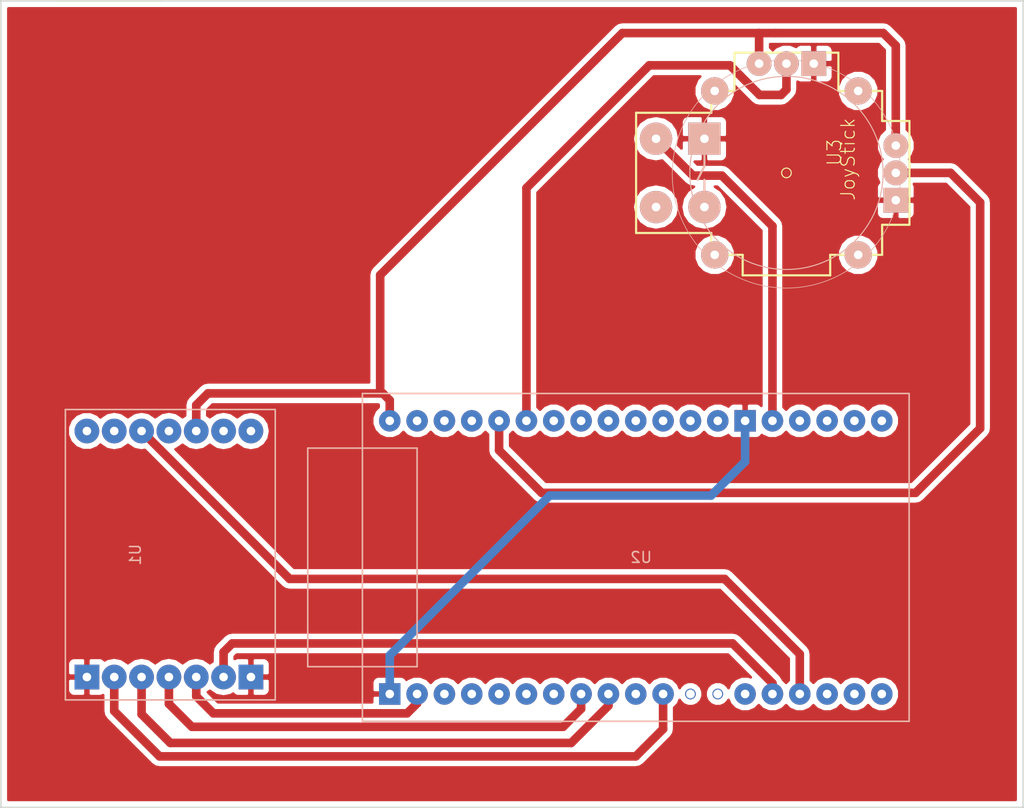
<source format=kicad_pcb>
(kicad_pcb (version 4) (host pcbnew 4.0.7)

  (general
    (links 18)
    (no_connects 0)
    (area 114.924999 34.924999 210.075001 110.075001)
    (thickness 1.6)
    (drawings 6)
    (tracks 79)
    (zones 0)
    (modules 3)
    (nets 45)
  )

  (page A4)
  (layers
    (0 F.Cu signal)
    (31 B.Cu signal)
    (32 B.Adhes user)
    (33 F.Adhes user)
    (34 B.Paste user)
    (35 F.Paste user)
    (36 B.SilkS user)
    (37 F.SilkS user)
    (38 B.Mask user)
    (39 F.Mask user)
    (40 Dwgs.User user)
    (41 Cmts.User user)
    (42 Eco1.User user)
    (43 Eco2.User user)
    (44 Edge.Cuts user)
    (45 Margin user)
    (46 B.CrtYd user)
    (47 F.CrtYd user)
    (48 B.Fab user)
    (49 F.Fab user)
  )

  (setup
    (last_trace_width 0.8)
    (user_trace_width 0.8)
    (trace_clearance 0.2)
    (zone_clearance 0.508)
    (zone_45_only no)
    (trace_min 0.8)
    (segment_width 0.2)
    (edge_width 0.15)
    (via_size 0.6)
    (via_drill 0.4)
    (via_min_size 0.4)
    (via_min_drill 0.3)
    (uvia_size 0.3)
    (uvia_drill 0.1)
    (uvias_allowed no)
    (uvia_min_size 0.2)
    (uvia_min_drill 0.1)
    (pcb_text_width 0.3)
    (pcb_text_size 1.5 1.5)
    (mod_edge_width 0.15)
    (mod_text_size 1 1)
    (mod_text_width 0.15)
    (pad_size 2.3 2.3)
    (pad_drill 0.8)
    (pad_to_mask_clearance 0.2)
    (aux_axis_origin 0 0)
    (visible_elements 7FFFFFFF)
    (pcbplotparams
      (layerselection 0x00000_00000001)
      (usegerberextensions false)
      (excludeedgelayer true)
      (linewidth 0.100000)
      (plotframeref false)
      (viasonmask false)
      (mode 1)
      (useauxorigin false)
      (hpglpennumber 1)
      (hpglpenspeed 20)
      (hpglpendiameter 15)
      (hpglpenoverlay 2)
      (psnegative false)
      (psa4output false)
      (plotreference true)
      (plotvalue true)
      (plotinvisibletext false)
      (padsonsilk false)
      (subtractmaskfromsilk false)
      (outputformat 1)
      (mirror false)
      (drillshape 0)
      (scaleselection 1)
      (outputdirectory ""))
  )

  (net 0 "")
  (net 1 "Net-(U1-Pad1)")
  (net 2 "Net-(U1-Pad2)")
  (net 3 RST)
  (net 4 CS)
  (net 5 "Net-(U1-Pad4)")
  (net 6 MOSI)
  (net 7 3V3)
  (net 8 MISO)
  (net 9 "Net-(U1-Pad6)")
  (net 10 CLK)
  (net 11 "Net-(U1-Pad7)")
  (net 12 "Net-(U2-Pad2)")
  (net 13 "Net-(U2-Pad3)")
  (net 14 "Net-(U2-Pad4)")
  (net 15 "Net-(U2-Pad7)")
  (net 16 "Net-(U2-Pad8)")
  (net 17 "Net-(U2-Pad9)")
  (net 18 "Net-(U2-Pad10)")
  (net 19 "Net-(U2-Pad11)")
  (net 20 "Net-(U2-Pad12)")
  (net 21 "Net-(U2-Pad13)")
  (net 22 "Net-(U2-Pad16)")
  (net 23 "Net-(U2-Pad17)")
  (net 24 "Net-(U2-Pad18)")
  (net 25 "Net-(U2-Pad22)")
  (net 26 "Net-(U2-Pad23)")
  (net 27 "Net-(U2-Pad24)")
  (net 28 "Net-(U2-Pad25)")
  (net 29 "Net-(U2-Pad26)")
  (net 30 "Net-(U2-Pad29)")
  (net 31 "Net-(U2-Pad31)")
  (net 32 "Net-(U2-Pad32)")
  (net 33 "Net-(U2-Pad33)")
  (net 34 "Net-(U2-Pad36)")
  (net 35 "Net-(U2-Pad37)")
  (net 36 "Net-(U2-Pad38)")
  (net 37 SEL)
  (net 38 "Net-(U3-PadB1B)")
  (net 39 "Net-(U3-PadB2B)")
  (net 40 HORZ)
  (net 41 VERT)
  (net 42 IRQ)
  (net 43 "Net-(U2-Pad19)")
  (net 44 GND)

  (net_class Default "This is the default net class."
    (clearance 0.2)
    (trace_width 0.25)
    (via_dia 0.6)
    (via_drill 0.4)
    (uvia_dia 0.3)
    (uvia_drill 0.1)
    (add_net 3V3)
    (add_net CLK)
    (add_net CS)
    (add_net GND)
    (add_net HORZ)
    (add_net IRQ)
    (add_net MISO)
    (add_net MOSI)
    (add_net "Net-(U1-Pad1)")
    (add_net "Net-(U1-Pad2)")
    (add_net "Net-(U1-Pad4)")
    (add_net "Net-(U1-Pad6)")
    (add_net "Net-(U1-Pad7)")
    (add_net "Net-(U2-Pad10)")
    (add_net "Net-(U2-Pad11)")
    (add_net "Net-(U2-Pad12)")
    (add_net "Net-(U2-Pad13)")
    (add_net "Net-(U2-Pad16)")
    (add_net "Net-(U2-Pad17)")
    (add_net "Net-(U2-Pad18)")
    (add_net "Net-(U2-Pad19)")
    (add_net "Net-(U2-Pad2)")
    (add_net "Net-(U2-Pad22)")
    (add_net "Net-(U2-Pad23)")
    (add_net "Net-(U2-Pad24)")
    (add_net "Net-(U2-Pad25)")
    (add_net "Net-(U2-Pad26)")
    (add_net "Net-(U2-Pad29)")
    (add_net "Net-(U2-Pad3)")
    (add_net "Net-(U2-Pad31)")
    (add_net "Net-(U2-Pad32)")
    (add_net "Net-(U2-Pad33)")
    (add_net "Net-(U2-Pad36)")
    (add_net "Net-(U2-Pad37)")
    (add_net "Net-(U2-Pad38)")
    (add_net "Net-(U2-Pad4)")
    (add_net "Net-(U2-Pad7)")
    (add_net "Net-(U2-Pad8)")
    (add_net "Net-(U2-Pad9)")
    (add_net "Net-(U3-PadB1B)")
    (add_net "Net-(U3-PadB2B)")
    (add_net RST)
    (add_net SEL)
    (add_net VERT)
  )

  (module car2:JOYSTICK (layer B.Cu) (tedit 5A97CA99) (tstamp 5A94BD16)
    (at 188 51 270)
    (path /5A949F4B)
    (attr virtual)
    (fp_text reference U3 (at -1.905 -4.445 270) (layer F.SilkS)
      (effects (font (size 1.27 1.27) (thickness 0.1016)))
    )
    (fp_text value JoyStick (at -1.27 -5.715 270) (layer F.SilkS)
      (effects (font (size 1.27 1.27) (thickness 0.1016)))
    )
    (fp_line (start 5.588 13.97) (end -5.588 13.97) (layer F.SilkS) (width 0.2032))
    (fp_line (start 4.826 -11.43) (end -4.826 -11.43) (layer F.SilkS) (width 0.2032))
    (fp_line (start 4.826 -11.43) (end 4.826 -8.89) (layer F.SilkS) (width 0.2032))
    (fp_line (start -4.826 -11.43) (end -4.826 -8.89) (layer F.SilkS) (width 0.2032))
    (fp_line (start 4.826 -8.89) (end 7.62 -8.89) (layer F.SilkS) (width 0.2032))
    (fp_line (start -4.826 -8.89) (end -7.62 -8.89) (layer F.SilkS) (width 0.2032))
    (fp_line (start 9.525 4.064) (end 9.525 -4.064) (layer F.SilkS) (width 0.2032))
    (fp_line (start 7.62 4.064) (end 7.62 6.985) (layer F.SilkS) (width 0.2032))
    (fp_line (start 7.62 -4.064) (end 7.62 -8.89) (layer F.SilkS) (width 0.2032))
    (fp_line (start 7.62 4.064) (end 9.525 4.064) (layer F.SilkS) (width 0.2032))
    (fp_line (start 7.62 -4.064) (end 9.525 -4.064) (layer F.SilkS) (width 0.2032))
    (fp_line (start 7.62 6.985) (end 5.588 6.985) (layer F.SilkS) (width 0.2032))
    (fp_line (start -5.588 6.985) (end -7.62 6.985) (layer F.SilkS) (width 0.2032))
    (fp_line (start 5.588 13.97) (end 5.588 6.985) (layer F.SilkS) (width 0.2032))
    (fp_line (start -5.588 13.97) (end -5.588 6.985) (layer F.SilkS) (width 0.2032))
    (fp_line (start -7.62 4.826) (end -11.176 4.826) (layer F.SilkS) (width 0.2032))
    (fp_line (start -7.62 -4.826) (end -11.176 -4.826) (layer F.SilkS) (width 0.2032))
    (fp_line (start -11.176 4.826) (end -11.176 -4.826) (layer F.SilkS) (width 0.2032))
    (fp_line (start -7.62 4.826) (end -7.62 6.985) (layer F.SilkS) (width 0.2032))
    (fp_line (start -7.62 -4.826) (end -7.62 -8.89) (layer F.SilkS) (width 0.2032))
    (fp_line (start -1.905 7.62) (end -0.635 7.62) (layer B.SilkS) (width 0.2032))
    (fp_line (start -0.635 7.62) (end 0.635 8.255) (layer B.SilkS) (width 0.2032))
    (fp_line (start 0.635 7.62) (end 1.905 7.62) (layer B.SilkS) (width 0.2032))
    (fp_circle (center 0 0) (end -0.3175 -0.3175) (layer F.SilkS) (width 0.1016))
    (fp_circle (center 0 0) (end -6.35 -6.35) (layer B.SilkS) (width 0.1016))
    (fp_circle (center 0.09906 0) (end 7.60222 -7.50316) (layer B.SilkS) (width 0.0635))
    (pad B1A thru_hole oval (at -3.175 12.11834 180) (size 3 3) (drill 0.8) (layers *.Cu B.Paste B.SilkS B.Mask)
      (net 37 SEL))
    (pad B1B thru_hole oval (at 3.175 12.11834 180) (size 3 3) (drill 0.8) (layers *.Cu B.Paste B.SilkS B.Mask)
      (net 38 "Net-(U3-PadB1B)"))
    (pad B2A thru_hole rect (at -3.175 7.62 180) (size 3 3) (drill 0.8) (layers *.Cu B.Paste B.SilkS B.Mask)
      (net 44 GND))
    (pad B2B thru_hole oval (at 3.175 7.62 180) (size 3 3) (drill 0.8) (layers *.Cu B.Paste B.SilkS B.Mask)
      (net 39 "Net-(U3-PadB2B)"))
    (pad H1 thru_hole circle (at -2.54 -10.16 180) (size 2.3 2.3) (drill 0.8) (layers *.Cu B.Paste B.SilkS B.Mask)
      (net 7 3V3))
    (pad H2 thru_hole circle (at 0 -10.16 180) (size 2.3 2.3) (drill 0.8) (layers *.Cu B.Paste B.SilkS B.Mask)
      (net 40 HORZ))
    (pad H3 thru_hole rect (at 2.54 -10.16 180) (size 2.3 2.3) (drill 0.8) (layers *.Cu B.Paste B.SilkS B.Mask)
      (net 44 GND))
    (pad MOUN thru_hole circle (at -7.62 6.6675 180) (size 2.54 2.54) (drill 0.8) (layers *.Cu B.Paste B.SilkS B.Mask))
    (pad MOUN thru_hole circle (at -7.62 -6.6675 180) (size 2.54 2.54) (drill 0.8) (layers *.Cu B.Paste B.SilkS B.Mask))
    (pad MOUN thru_hole circle (at 7.62 -6.6675 180) (size 2.54 2.54) (drill 0.8) (layers *.Cu B.Paste B.SilkS B.Mask))
    (pad MOUN thru_hole circle (at 7.62 6.6675 180) (size 2.54 2.54) (drill 0.8) (layers *.Cu B.Paste B.SilkS B.Mask))
    (pad V1 thru_hole circle (at -10.16 2.54 180) (size 2.3 2.3) (drill 0.8) (layers *.Cu B.Paste B.SilkS B.Mask)
      (net 7 3V3))
    (pad V2 thru_hole circle (at -10.16 0 180) (size 2.3 2.3) (drill 0.8) (layers *.Cu B.Paste B.SilkS B.Mask)
      (net 41 VERT))
    (pad V3 thru_hole rect (at -10.16 -2.54 180) (size 2.3 2.3) (drill 0.8) (layers *.Cu B.Paste B.SilkS B.Mask)
      (net 44 GND))
  )

  (module car2:ESP-VROOM-32 (layer B.Cu) (tedit 5A97CAAC) (tstamp 5A94BD04)
    (at 174 86.75 270)
    (path /5A949F14)
    (fp_text reference U2 (at 0 -0.5 360) (layer B.SilkS)
      (effects (font (size 1 1) (thickness 0.15)) (justify mirror))
    )
    (fp_text value ESP-WROOM-32 (at 0 0.5 270) (layer B.Fab)
      (effects (font (size 1 1) (thickness 0.15)) (justify mirror))
    )
    (fp_line (start -10.16 30.48) (end 10.16 30.48) (layer B.SilkS) (width 0.15))
    (fp_line (start 10.16 30.48) (end 10.16 20.32) (layer B.SilkS) (width 0.15))
    (fp_line (start 10.16 20.32) (end -10.16 20.32) (layer B.SilkS) (width 0.15))
    (fp_line (start -10.16 20.32) (end -10.16 30.48) (layer B.SilkS) (width 0.15))
    (fp_line (start -15.24 25.4) (end 15.24 25.4) (layer B.SilkS) (width 0.15))
    (fp_line (start 15.24 25.4) (end 15.24 -25.4) (layer B.SilkS) (width 0.15))
    (fp_line (start 15.24 -25.4) (end -15.24 -25.4) (layer B.SilkS) (width 0.15))
    (fp_line (start -15.24 -25.4) (end -15.24 25.4) (layer B.SilkS) (width 0.15))
    (pad 1 thru_hole circle (at -12.7 22.86 270) (size 2 2) (drill 0.8) (layers *.Cu *.Mask)
      (net 7 3V3) (clearance 0.3))
    (pad 2 thru_hole circle (at -12.7 20.32 270) (size 2 2) (drill 0.8) (layers *.Cu *.Mask)
      (net 12 "Net-(U2-Pad2)") (clearance 0.3))
    (pad 3 thru_hole circle (at -12.7 17.78 270) (size 2 2) (drill 0.8) (layers *.Cu *.Mask)
      (net 13 "Net-(U2-Pad3)") (clearance 0.3))
    (pad 4 thru_hole circle (at -12.7 15.24 270) (size 2 2) (drill 0.8) (layers *.Cu *.Mask)
      (net 14 "Net-(U2-Pad4)") (clearance 0.3))
    (pad 5 thru_hole circle (at -12.7 12.7 270) (size 2 2) (drill 0.8) (layers *.Cu *.Mask)
      (net 40 HORZ) (clearance 0.3))
    (pad 6 thru_hole circle (at -12.7 10.16 270) (size 2 2) (drill 0.8) (layers *.Cu *.Mask)
      (net 41 VERT) (clearance 0.3))
    (pad 7 thru_hole circle (at -12.7 7.62 270) (size 2 2) (drill 0.8) (layers *.Cu *.Mask)
      (net 15 "Net-(U2-Pad7)") (clearance 0.3))
    (pad 8 thru_hole circle (at -12.7 5.08 270) (size 2 2) (drill 0.8) (layers *.Cu *.Mask)
      (net 16 "Net-(U2-Pad8)") (clearance 0.3))
    (pad 9 thru_hole circle (at -12.7 2.54 270) (size 2 2) (drill 0.8) (layers *.Cu *.Mask)
      (net 17 "Net-(U2-Pad9)") (clearance 0.3))
    (pad 10 thru_hole circle (at -12.7 0 270) (size 2 2) (drill 0.8) (layers *.Cu *.Mask)
      (net 18 "Net-(U2-Pad10)") (clearance 0.3))
    (pad 11 thru_hole circle (at -12.7 -2.54 270) (size 2 2) (drill 0.8) (layers *.Cu *.Mask)
      (net 19 "Net-(U2-Pad11)") (clearance 0.3))
    (pad 12 thru_hole circle (at -12.7 -5.08 270) (size 2 2) (drill 0.8) (layers *.Cu *.Mask)
      (net 20 "Net-(U2-Pad12)") (clearance 0.3))
    (pad 13 thru_hole circle (at -12.7 -7.62 270) (size 2 2) (drill 0.8) (layers *.Cu *.Mask)
      (net 21 "Net-(U2-Pad13)") (clearance 0.3))
    (pad 14 thru_hole rect (at -12.7 -10.16 270) (size 2 2) (drill 0.8) (layers *.Cu *.Mask)
      (net 44 GND) (clearance 0.3))
    (pad 15 thru_hole circle (at -12.7 -12.7 270) (size 2 2) (drill 0.8) (layers *.Cu *.Mask)
      (net 37 SEL) (clearance 0.3))
    (pad 16 thru_hole circle (at -12.7 -15.24 270) (size 2 2) (drill 0.8) (layers *.Cu *.Mask)
      (net 22 "Net-(U2-Pad16)") (clearance 0.3))
    (pad 17 thru_hole circle (at -12.7 -17.78 270) (size 2 2) (drill 0.8) (layers *.Cu *.Mask)
      (net 23 "Net-(U2-Pad17)") (clearance 0.3))
    (pad 18 thru_hole circle (at -12.7 -20.32 270) (size 2 2) (drill 0.8) (layers *.Cu *.Mask)
      (net 24 "Net-(U2-Pad18)") (clearance 0.3))
    (pad 19 thru_hole circle (at -12.7 -22.86 270) (size 2 2) (drill 0.8) (layers *.Cu *.Mask)
      (net 43 "Net-(U2-Pad19)") (clearance 0.3))
    (pad 20 thru_hole rect (at 12.7 22.86 270) (size 2 2) (drill 0.8) (layers *.Cu *.Mask)
      (net 44 GND) (clearance 0.3))
    (pad 21 thru_hole circle (at 12.7 20.32 270) (size 2 2) (drill 0.8) (layers *.Cu *.Mask)
      (net 6 MOSI) (clearance 0.3))
    (pad 22 thru_hole circle (at 12.7 17.78 270) (size 2 2) (drill 0.8) (layers *.Cu *.Mask)
      (net 25 "Net-(U2-Pad22)") (clearance 0.3))
    (pad 23 thru_hole circle (at 12.7 15.24 270) (size 2 2) (drill 0.8) (layers *.Cu *.Mask)
      (net 26 "Net-(U2-Pad23)") (clearance 0.3))
    (pad 24 thru_hole circle (at 12.7 12.7 270) (size 2 2) (drill 0.8) (layers *.Cu *.Mask)
      (net 27 "Net-(U2-Pad24)") (clearance 0.3))
    (pad 25 thru_hole circle (at 12.7 10.16 270) (size 2 2) (drill 0.8) (layers *.Cu *.Mask)
      (net 28 "Net-(U2-Pad25)") (clearance 0.3))
    (pad 26 thru_hole circle (at 12.7 7.62 270) (size 2 2) (drill 0.8) (layers *.Cu *.Mask)
      (net 29 "Net-(U2-Pad26)") (clearance 0.3))
    (pad 27 thru_hole circle (at 12.7 5.08 270) (size 2 2) (drill 0.8) (layers *.Cu *.Mask)
      (net 8 MISO) (clearance 0.3))
    (pad 28 thru_hole circle (at 12.7 2.54 270) (size 2 2) (drill 0.8) (layers *.Cu *.Mask)
      (net 10 CLK) (clearance 0.3))
    (pad 29 thru_hole circle (at 12.7 0 270) (size 2 2) (drill 0.8) (layers *.Cu *.Mask)
      (net 30 "Net-(U2-Pad29)") (clearance 0.3))
    (pad 30 thru_hole circle (at 12.7 -2.54 270) (size 2 2) (drill 0.8) (layers *.Cu *.Mask)
      (net 42 IRQ) (clearance 0.3))
    (pad 31 thru_hole circle (at 12.7 -5.08 270) (size 1 1) (drill 0.8) (layers *.Cu *.Mask)
      (net 31 "Net-(U2-Pad31)"))
    (pad 32 thru_hole circle (at 12.7 -7.62 270) (size 1 1) (drill 0.8) (layers *.Cu *.Mask)
      (net 32 "Net-(U2-Pad32)"))
    (pad 33 thru_hole circle (at 12.7 -10.16 270) (size 2 2) (drill 0.8) (layers *.Cu *.Mask)
      (net 33 "Net-(U2-Pad33)") (clearance 0.3))
    (pad 34 thru_hole circle (at 12.7 -12.7 270) (size 2 2) (drill 0.8) (layers *.Cu *.Mask)
      (net 4 CS) (clearance 0.3))
    (pad 35 thru_hole circle (at 12.7 -15.24 270) (size 2 2) (drill 0.8) (layers *.Cu *.Mask)
      (net 3 RST) (clearance 0.3))
    (pad 36 thru_hole circle (at 12.7 -17.78 270) (size 2 2) (drill 0.8) (layers *.Cu *.Mask)
      (net 34 "Net-(U2-Pad36)") (clearance 0.3))
    (pad 37 thru_hole circle (at 12.7 -20.32 270) (size 2 2) (drill 0.8) (layers *.Cu *.Mask)
      (net 35 "Net-(U2-Pad37)") (clearance 0.3))
    (pad 38 thru_hole circle (at 12.7 -22.86 270) (size 2 2) (drill 0.8) (layers *.Cu *.Mask)
      (net 36 "Net-(U2-Pad38)") (clearance 0.3))
  )

  (module car:DWM1000 (layer B.Cu) (tedit 5A98DDDE) (tstamp 5A95ED17)
    (at 123 75 270)
    (descr "16-lead though-hole mounted DIP package, row spacing 7.62 mm (300 mils), Socket")
    (tags "THT DIP DIL PDIP 2.54mm 7.62mm 300mil Socket")
    (path /5A949F9A)
    (fp_text reference U1 (at 11.5 -4.5 270) (layer B.SilkS)
      (effects (font (size 1 1) (thickness 0.15)) (justify mirror))
    )
    (fp_text value DWM1000 (at 11.5 -7 270) (layer B.Fab)
      (effects (font (size 1 1) (thickness 0.15)) (justify mirror))
    )
    (fp_line (start 16.51 0) (end 16.51 6.35) (layer F.Paste) (width 0.15))
    (fp_line (start 16.51 6.35) (end 5.08 6.35) (layer F.Paste) (width 0.15))
    (fp_line (start 5.08 6.35) (end 5.08 -2.54) (layer F.Paste) (width 0.15))
    (fp_line (start 5.08 -2.54) (end 16.51 -2.54) (layer F.Paste) (width 0.15))
    (fp_line (start 16.51 -2.54) (end 16.51 0) (layer F.Paste) (width 0.15))
    (fp_line (start 16.51 0) (end 16.51 1.27) (layer F.Paste) (width 0.15))
    (fp_line (start -1.5 2) (end 25 2) (layer B.SilkS) (width 0.15))
    (fp_line (start 25 2) (end 25 -17.5) (layer B.SilkS) (width 0.15))
    (fp_line (start 25 -17.5) (end -2 -17.5) (layer B.SilkS) (width 0.15))
    (fp_line (start -2 -17.5) (end -2 2) (layer B.SilkS) (width 0.15))
    (fp_line (start -2 2) (end -1.5 2) (layer B.SilkS) (width 0.15))
    (pad 1 thru_hole circle (at 0 0 270) (size 2.3 2.3) (drill 0.8) (layers *.Cu *.Mask)
      (net 1 "Net-(U1-Pad1)"))
    (pad 2 thru_hole oval (at 0 -2.54 270) (size 2.3 2.3) (drill 0.8) (layers *.Cu *.Mask)
      (net 2 "Net-(U1-Pad2)"))
    (pad 14 thru_hole rect (at 22.8727 -15.24 270) (size 2.3 2.3) (drill 0.8) (layers *.Cu *.Mask)
      (net 44 GND))
    (pad 3 thru_hole oval (at 0 -5.08 270) (size 2.3 2.3) (drill 0.8) (layers *.Cu *.Mask)
      (net 3 RST))
    (pad 13 thru_hole oval (at 22.8727 -12.7 270) (size 2.3 2.3) (drill 0.8) (layers *.Cu *.Mask)
      (net 4 CS))
    (pad 4 thru_hole oval (at 0 -7.62 270) (size 2.3 2.3) (drill 0.8) (layers *.Cu *.Mask)
      (net 5 "Net-(U1-Pad4)"))
    (pad 12 thru_hole oval (at 22.8727 -10.16 270) (size 2.3 2.3) (drill 0.8) (layers *.Cu *.Mask)
      (net 6 MOSI))
    (pad 5 thru_hole oval (at 0 -10.16 270) (size 2.3 2.3) (drill 0.8) (layers *.Cu *.Mask)
      (net 7 3V3))
    (pad 11 thru_hole oval (at 22.8727 -7.62 270) (size 2.3 2.3) (drill 0.8) (layers *.Cu *.Mask)
      (net 8 MISO))
    (pad 6 thru_hole oval (at 0 -12.7 270) (size 2.3 2.3) (drill 0.8) (layers *.Cu *.Mask)
      (net 9 "Net-(U1-Pad6)"))
    (pad 10 thru_hole oval (at 22.8727 -5.08 270) (size 2.3 2.3) (drill 0.8) (layers *.Cu *.Mask)
      (net 10 CLK))
    (pad 7 thru_hole oval (at 0 -15.24 270) (size 2.3 2.3) (drill 0.8) (layers *.Cu *.Mask)
      (net 11 "Net-(U1-Pad7)"))
    (pad 9 thru_hole oval (at 22.8727 -2.54 270) (size 2.3 2.3) (drill 0.8) (layers *.Cu *.Mask)
      (net 42 IRQ))
    (pad 8 thru_hole rect (at 22.8727 0 270) (size 2.3 2.3) (drill 0.8) (layers *.Cu *.Mask)
      (net 44 GND))
    (model ${KISYS3DMOD}/Housings_DIP.3dshapes/DIP-16_W7.62mm_Socket.wrl
      (at (xyz 0 0 0))
      (scale (xyz 1 1 1))
      (rotate (xyz 0 0 0))
    )
  )

  (gr_line (start 115 35) (end 130 35) (angle 90) (layer Edge.Cuts) (width 0.15))
  (gr_line (start 115 110) (end 115 35) (angle 90) (layer Edge.Cuts) (width 0.15))
  (gr_line (start 210 110) (end 115 110) (angle 90) (layer Edge.Cuts) (width 0.15))
  (gr_line (start 210 35) (end 210 110) (angle 90) (layer Edge.Cuts) (width 0.15))
  (gr_line (start 205 35) (end 210 35) (angle 90) (layer Edge.Cuts) (width 0.15))
  (gr_line (start 120 35) (end 205 35) (angle 90) (layer Edge.Cuts) (width 0.15))

  (segment (start 189.24 99.45) (end 189.24 95.74) (width 0.8) (layer F.Cu) (net 3))
  (segment (start 141.83 88.75) (end 128.08 75) (width 0.8) (layer F.Cu) (net 3) (tstamp 5A95F57E))
  (segment (start 182.25 88.75) (end 141.83 88.75) (width 0.8) (layer F.Cu) (net 3) (tstamp 5A95F57C))
  (segment (start 189.24 95.74) (end 182.25 88.75) (width 0.8) (layer F.Cu) (net 3) (tstamp 5A95F57B))
  (segment (start 186.7 99.45) (end 186.7 98.45) (width 0.8) (layer F.Cu) (net 4))
  (segment (start 186.7 98.45) (end 183 94.75) (width 0.8) (layer F.Cu) (net 4) (tstamp 5A95F5D4))
  (segment (start 183 94.75) (end 136.5 94.75) (width 0.8) (layer F.Cu) (net 4) (tstamp 5A95F5D5))
  (segment (start 136.5 94.75) (end 135.7 95.55) (width 0.8) (layer F.Cu) (net 4) (tstamp 5A95F5D7))
  (segment (start 135.7 95.55) (end 135.7 97.8727) (width 0.8) (layer F.Cu) (net 4) (tstamp 5A95F5D8))
  (segment (start 153.68 99.45) (end 153.68 100.32) (width 0.8) (layer F.Cu) (net 6))
  (segment (start 153.68 100.32) (end 152.75 101.25) (width 0.8) (layer F.Cu) (net 6) (tstamp 5A95F5BA))
  (segment (start 133.16 99.66) (end 133.16 97.8727) (width 0.8) (layer F.Cu) (net 6) (tstamp 5A95F5BD))
  (segment (start 134.75 101.25) (end 133.16 99.66) (width 0.8) (layer F.Cu) (net 6) (tstamp 5A95F5BC))
  (segment (start 152.75 101.25) (end 134.75 101.25) (width 0.8) (layer F.Cu) (net 6) (tstamp 5A95F5BB))
  (segment (start 153.68 99.45) (end 153.68 98.93) (width 0.8) (layer F.Cu) (net 6))
  (segment (start 153.68 99.45) (end 153.68 99.68) (width 0.8) (layer F.Cu) (net 6))
  (segment (start 153.68 99.45) (end 153.68 99.93) (width 0.8) (layer F.Cu) (net 6))
  (segment (start 185.46 40.84) (end 185.46 38) (width 0.8) (layer F.Cu) (net 7))
  (segment (start 150.25 71.5) (end 150.25 60.5) (width 0.8) (layer F.Cu) (net 7))
  (segment (start 172.75 38) (end 185.46 38) (width 0.8) (layer F.Cu) (net 7) (tstamp 5A97AEB3))
  (segment (start 185.46 38) (end 187 38) (width 0.8) (layer F.Cu) (net 7) (tstamp 5A97C7CA))
  (segment (start 150.25 60.5) (end 172.75 38) (width 0.8) (layer F.Cu) (net 7) (tstamp 5A97AEB1))
  (segment (start 151.14 74.05) (end 151.14 72.14) (width 0.8) (layer F.Cu) (net 7))
  (segment (start 133.16 72.59) (end 133.16 75) (width 0.8) (layer F.Cu) (net 7) (tstamp 5A95F587))
  (segment (start 134.25 71.5) (end 133.16 72.59) (width 0.8) (layer F.Cu) (net 7) (tstamp 5A95F586))
  (segment (start 150.5 71.5) (end 150.25 71.5) (width 0.8) (layer F.Cu) (net 7) (tstamp 5A95F585))
  (segment (start 150.25 71.5) (end 134.25 71.5) (width 0.8) (layer F.Cu) (net 7) (tstamp 5A97AEAF))
  (segment (start 151.14 72.14) (end 150.5 71.5) (width 0.8) (layer F.Cu) (net 7) (tstamp 5A95F584))
  (segment (start 198.16 48.46) (end 198.16 39.16) (width 0.8) (layer F.Cu) (net 7))
  (segment (start 197 38) (end 187 38) (width 0.8) (layer F.Cu) (net 7) (tstamp 5A96F956))
  (segment (start 198.16 39.16) (end 197 38) (width 0.8) (layer F.Cu) (net 7) (tstamp 5A96F955))
  (segment (start 168.92 99.45) (end 168.92 100.83) (width 0.8) (layer F.Cu) (net 8))
  (segment (start 130.62 100.37) (end 130.62 97.8727) (width 0.8) (layer F.Cu) (net 8) (tstamp 5A95F5C3))
  (segment (start 132.75 102.5) (end 130.62 100.37) (width 0.8) (layer F.Cu) (net 8) (tstamp 5A95F5C2))
  (segment (start 167.25 102.5) (end 132.75 102.5) (width 0.8) (layer F.Cu) (net 8) (tstamp 5A95F5C1))
  (segment (start 168.92 100.83) (end 167.25 102.5) (width 0.8) (layer F.Cu) (net 8) (tstamp 5A95F5C0))
  (segment (start 168.92 99.45) (end 168.92 100.17) (width 0.8) (layer F.Cu) (net 8))
  (segment (start 168.92 99.45) (end 168.95 99.45) (width 0.8) (layer F.Cu) (net 8))
  (segment (start 171.46 99.45) (end 171.46 100.54) (width 0.8) (layer F.Cu) (net 10))
  (segment (start 128.08 101.33) (end 128.08 97.8727) (width 0.8) (layer F.Cu) (net 10) (tstamp 5A95F5CA))
  (segment (start 130.75 104) (end 128.08 101.33) (width 0.8) (layer F.Cu) (net 10) (tstamp 5A95F5C9))
  (segment (start 168 104) (end 130.75 104) (width 0.8) (layer F.Cu) (net 10) (tstamp 5A95F5C7))
  (segment (start 171.46 100.54) (end 168 104) (width 0.8) (layer F.Cu) (net 10) (tstamp 5A95F5C6))
  (segment (start 171.46 99.45) (end 171.46 99.21) (width 0.8) (layer F.Cu) (net 10))
  (segment (start 171.46 99.45) (end 171.46 99.46) (width 0.8) (layer F.Cu) (net 10))
  (segment (start 171.46 99.45) (end 171.46 99.71) (width 0.8) (layer F.Cu) (net 10))
  (segment (start 186.7 74.05) (end 186.7 55.95) (width 0.8) (layer F.Cu) (net 37))
  (segment (start 179.30666 51.25) (end 175.88166 47.825) (width 0.8) (layer F.Cu) (net 37) (tstamp 5A96FA1C))
  (segment (start 182 51.25) (end 179.30666 51.25) (width 0.8) (layer F.Cu) (net 37) (tstamp 5A96FA1A))
  (segment (start 186.7 55.95) (end 182 51.25) (width 0.8) (layer F.Cu) (net 37) (tstamp 5A96FA13))
  (segment (start 198.16 51) (end 203.25 51) (width 0.8) (layer F.Cu) (net 40))
  (segment (start 161.3 76.8) (end 161.3 74.05) (width 0.8) (layer F.Cu) (net 40) (tstamp 5A96FA7C))
  (segment (start 165.25 80.75) (end 161.3 76.8) (width 0.8) (layer F.Cu) (net 40) (tstamp 5A96FA7A))
  (segment (start 200 80.75) (end 165.25 80.75) (width 0.8) (layer F.Cu) (net 40) (tstamp 5A96FA78))
  (segment (start 206 74.75) (end 200 80.75) (width 0.8) (layer F.Cu) (net 40) (tstamp 5A96FA75))
  (segment (start 206 53.75) (end 206 74.75) (width 0.8) (layer F.Cu) (net 40) (tstamp 5A96FA74))
  (segment (start 203.25 51) (end 206 53.75) (width 0.8) (layer F.Cu) (net 40) (tstamp 5A96FA72))
  (segment (start 161.3 74.05) (end 161.3 74.3) (width 0.8) (layer F.Cu) (net 40))
  (segment (start 163.84 74.05) (end 163.84 52.41) (width 0.8) (layer F.Cu) (net 41))
  (segment (start 188 43.25) (end 188 40.84) (width 0.8) (layer F.Cu) (net 41) (tstamp 5A96FA62))
  (segment (start 187.5 43.75) (end 188 43.25) (width 0.8) (layer F.Cu) (net 41) (tstamp 5A96FA61))
  (segment (start 185.5 43.75) (end 187.5 43.75) (width 0.8) (layer F.Cu) (net 41) (tstamp 5A96FA60))
  (segment (start 182.75 41) (end 185.5 43.75) (width 0.8) (layer F.Cu) (net 41) (tstamp 5A96FA5E))
  (segment (start 175.25 41) (end 182.75 41) (width 0.8) (layer F.Cu) (net 41) (tstamp 5A96FA5C))
  (segment (start 163.84 52.41) (end 175.25 41) (width 0.8) (layer F.Cu) (net 41) (tstamp 5A96FA57))
  (segment (start 176.54 99.45) (end 176.54 102.71) (width 0.8) (layer F.Cu) (net 42))
  (segment (start 125.54 101.04) (end 125.54 97.8727) (width 0.8) (layer F.Cu) (net 42) (tstamp 5A95F5D1))
  (segment (start 129.75 105.25) (end 125.54 101.04) (width 0.8) (layer F.Cu) (net 42) (tstamp 5A95F5CF))
  (segment (start 174 105.25) (end 129.75 105.25) (width 0.8) (layer F.Cu) (net 42) (tstamp 5A95F5CE))
  (segment (start 176.54 102.71) (end 174 105.25) (width 0.8) (layer F.Cu) (net 42) (tstamp 5A95F5CD))
  (segment (start 176.54 99.45) (end 176.54 100.04) (width 0.8) (layer F.Cu) (net 42))
  (segment (start 176.54 99.45) (end 176.54 100.29) (width 0.8) (layer F.Cu) (net 42))
  (segment (start 196.86 74.05) (end 196.3 74.05) (width 0.8) (layer F.Cu) (net 43))
  (segment (start 151.14 99.45) (end 151.14 95.86) (width 0.8) (layer B.Cu) (net 44))
  (segment (start 184.16 77.84) (end 184.16 74.05) (width 0.8) (layer B.Cu) (net 44) (tstamp 5A98DDA6))
  (segment (start 181 81) (end 184.16 77.84) (width 0.8) (layer B.Cu) (net 44) (tstamp 5A98DDA5))
  (segment (start 166 81) (end 181 81) (width 0.8) (layer B.Cu) (net 44) (tstamp 5A98DDA3))
  (segment (start 151.14 95.86) (end 166 81) (width 0.8) (layer B.Cu) (net 44) (tstamp 5A98DDA1))
  (segment (start 151.14 99.45) (end 151.14 98.86) (width 0.8) (layer F.Cu) (net 44))

  (zone (net 44) (net_name GND) (layer F.Cu) (tstamp 5A98DD83) (hatch edge 0.508)
    (connect_pads (clearance 0.508))
    (min_thickness 0.254)
    (fill yes (arc_segments 16) (thermal_gap 0.508) (thermal_bridge_width 0.508))
    (polygon
      (pts
        (xy 210 110) (xy 115 110) (xy 115 35) (xy 210 35)
      )
    )
    (filled_polygon
      (pts
        (xy 209.29 109.29) (xy 115.71 109.29) (xy 115.71 98.15845) (xy 121.215 98.15845) (xy 121.215 99.149009)
        (xy 121.311673 99.382398) (xy 121.490301 99.561027) (xy 121.72369 99.6577) (xy 122.71425 99.6577) (xy 122.873 99.49895)
        (xy 122.873 97.9997) (xy 121.37375 97.9997) (xy 121.215 98.15845) (xy 115.71 98.15845) (xy 115.71 96.596391)
        (xy 121.215 96.596391) (xy 121.215 97.58695) (xy 121.37375 97.7457) (xy 122.873 97.7457) (xy 122.873 96.24645)
        (xy 122.71425 96.0877) (xy 121.72369 96.0877) (xy 121.490301 96.184373) (xy 121.311673 96.363002) (xy 121.215 96.596391)
        (xy 115.71 96.596391) (xy 115.71 75.353501) (xy 121.214691 75.353501) (xy 121.485868 76.0098) (xy 121.987559 76.512367)
        (xy 122.643384 76.784689) (xy 123.353501 76.785309) (xy 124.0098 76.514132) (xy 124.257544 76.26682) (xy 124.277814 76.297156)
        (xy 124.85691 76.684095) (xy 125.54 76.81997) (xy 126.22309 76.684095) (xy 126.802186 76.297156) (xy 126.81 76.285462)
        (xy 126.817814 76.297156) (xy 127.39691 76.684095) (xy 128.08 76.81997) (xy 128.377151 76.760863) (xy 141.098142 89.481853)
        (xy 141.098144 89.481856) (xy 141.299429 89.616349) (xy 141.433922 89.706215) (xy 141.83 89.785) (xy 181.821288 89.785)
        (xy 188.205 96.168711) (xy 188.205 98.172971) (xy 187.969801 98.407759) (xy 187.666078 98.103504) (xy 187.656215 98.053922)
        (xy 187.496762 97.815284) (xy 187.431856 97.718144) (xy 187.431853 97.718142) (xy 183.731856 94.018144) (xy 183.396077 93.793785)
        (xy 183 93.714999) (xy 182.999995 93.715) (xy 136.500005 93.715) (xy 136.5 93.714999) (xy 136.103923 93.793785)
        (xy 135.768144 94.018144) (xy 135.768142 94.018147) (xy 134.968144 94.818144) (xy 134.743785 95.153923) (xy 134.664999 95.55)
        (xy 134.665 95.550005) (xy 134.665 96.423743) (xy 134.437814 96.575544) (xy 134.43 96.587238) (xy 134.422186 96.575544)
        (xy 133.84309 96.188605) (xy 133.16 96.05273) (xy 132.47691 96.188605) (xy 131.897814 96.575544) (xy 131.89 96.587238)
        (xy 131.882186 96.575544) (xy 131.30309 96.188605) (xy 130.62 96.05273) (xy 129.93691 96.188605) (xy 129.357814 96.575544)
        (xy 129.35 96.587238) (xy 129.342186 96.575544) (xy 128.76309 96.188605) (xy 128.08 96.05273) (xy 127.39691 96.188605)
        (xy 126.817814 96.575544) (xy 126.81 96.587238) (xy 126.802186 96.575544) (xy 126.22309 96.188605) (xy 125.54 96.05273)
        (xy 124.85691 96.188605) (xy 124.651309 96.325983) (xy 124.509699 96.184373) (xy 124.27631 96.0877) (xy 123.28575 96.0877)
        (xy 123.127 96.24645) (xy 123.127 97.7457) (xy 123.147 97.7457) (xy 123.147 97.9997) (xy 123.127 97.9997)
        (xy 123.127 99.49895) (xy 123.28575 99.6577) (xy 124.27631 99.6577) (xy 124.505 99.562973) (xy 124.505 101.039995)
        (xy 124.504999 101.04) (xy 124.583785 101.436077) (xy 124.808144 101.771856) (xy 129.018142 105.981853) (xy 129.018144 105.981856)
        (xy 129.353923 106.206215) (xy 129.75 106.285001) (xy 129.750005 106.285) (xy 173.999995 106.285) (xy 174 106.285001)
        (xy 174.396077 106.206215) (xy 174.731856 105.981856) (xy 177.271853 103.441858) (xy 177.271856 103.441856) (xy 177.412173 103.231856)
        (xy 177.496215 103.106078) (xy 177.575 102.71) (xy 177.575 100.727029) (xy 177.925278 100.377363) (xy 178.080575 100.003366)
        (xy 178.117233 100.092086) (xy 178.436235 100.411645) (xy 178.853244 100.584803) (xy 179.304775 100.585197) (xy 179.722086 100.412767)
        (xy 180.041645 100.093765) (xy 180.214803 99.676756) (xy 180.215197 99.225225) (xy 180.042767 98.807914) (xy 179.723765 98.488355)
        (xy 179.306756 98.315197) (xy 178.855225 98.314803) (xy 178.437914 98.487233) (xy 178.118355 98.806235) (xy 178.080622 98.897106)
        (xy 177.926894 98.525057) (xy 177.467363 98.064722) (xy 176.866648 97.815284) (xy 176.216205 97.814716) (xy 175.615057 98.063106)
        (xy 175.269801 98.407759) (xy 174.927363 98.064722) (xy 174.326648 97.815284) (xy 173.676205 97.814716) (xy 173.075057 98.063106)
        (xy 172.729801 98.407759) (xy 172.387363 98.064722) (xy 171.786648 97.815284) (xy 171.136205 97.814716) (xy 170.535057 98.063106)
        (xy 170.189801 98.407759) (xy 169.847363 98.064722) (xy 169.246648 97.815284) (xy 168.596205 97.814716) (xy 167.995057 98.063106)
        (xy 167.649801 98.407759) (xy 167.307363 98.064722) (xy 166.706648 97.815284) (xy 166.056205 97.814716) (xy 165.455057 98.063106)
        (xy 165.109801 98.407759) (xy 164.767363 98.064722) (xy 164.166648 97.815284) (xy 163.516205 97.814716) (xy 162.915057 98.063106)
        (xy 162.569801 98.407759) (xy 162.227363 98.064722) (xy 161.626648 97.815284) (xy 160.976205 97.814716) (xy 160.375057 98.063106)
        (xy 160.029801 98.407759) (xy 159.687363 98.064722) (xy 159.086648 97.815284) (xy 158.436205 97.814716) (xy 157.835057 98.063106)
        (xy 157.489801 98.407759) (xy 157.147363 98.064722) (xy 156.546648 97.815284) (xy 155.896205 97.814716) (xy 155.295057 98.063106)
        (xy 154.949801 98.407759) (xy 154.607363 98.064722) (xy 154.006648 97.815284) (xy 153.356205 97.814716) (xy 152.755057 98.063106)
        (xy 152.692803 98.125251) (xy 152.678327 98.090302) (xy 152.499699 97.911673) (xy 152.26631 97.815) (xy 151.42575 97.815)
        (xy 151.267 97.97375) (xy 151.267 99.323) (xy 151.287 99.323) (xy 151.287 99.577) (xy 151.267 99.577)
        (xy 151.267 99.597) (xy 151.013 99.597) (xy 151.013 99.577) (xy 149.66375 99.577) (xy 149.505 99.73575)
        (xy 149.505 100.215) (xy 135.178711 100.215) (xy 134.249172 99.28546) (xy 134.422186 99.169856) (xy 134.43 99.158162)
        (xy 134.437814 99.169856) (xy 135.01691 99.556795) (xy 135.7 99.69267) (xy 136.38309 99.556795) (xy 136.588691 99.419417)
        (xy 136.730301 99.561027) (xy 136.96369 99.6577) (xy 137.95425 99.6577) (xy 138.113 99.49895) (xy 138.113 97.9997)
        (xy 138.367 97.9997) (xy 138.367 99.49895) (xy 138.52575 99.6577) (xy 139.51631 99.6577) (xy 139.749699 99.561027)
        (xy 139.928327 99.382398) (xy 140.025 99.149009) (xy 140.025 98.323691) (xy 149.505 98.323691) (xy 149.505 99.16425)
        (xy 149.66375 99.323) (xy 151.013 99.323) (xy 151.013 97.97375) (xy 150.85425 97.815) (xy 150.01369 97.815)
        (xy 149.780301 97.911673) (xy 149.601673 98.090302) (xy 149.505 98.323691) (xy 140.025 98.323691) (xy 140.025 98.15845)
        (xy 139.86625 97.9997) (xy 138.367 97.9997) (xy 138.113 97.9997) (xy 138.093 97.9997) (xy 138.093 97.7457)
        (xy 138.113 97.7457) (xy 138.113 96.24645) (xy 138.367 96.24645) (xy 138.367 97.7457) (xy 139.86625 97.7457)
        (xy 140.025 97.58695) (xy 140.025 96.596391) (xy 139.928327 96.363002) (xy 139.749699 96.184373) (xy 139.51631 96.0877)
        (xy 138.52575 96.0877) (xy 138.367 96.24645) (xy 138.113 96.24645) (xy 137.95425 96.0877) (xy 136.96369 96.0877)
        (xy 136.735 96.182427) (xy 136.735 95.978712) (xy 136.928711 95.785) (xy 182.571288 95.785) (xy 184.683179 97.896891)
        (xy 184.486648 97.815284) (xy 183.836205 97.814716) (xy 183.235057 98.063106) (xy 182.774722 98.522637) (xy 182.619425 98.896634)
        (xy 182.582767 98.807914) (xy 182.263765 98.488355) (xy 181.846756 98.315197) (xy 181.395225 98.314803) (xy 180.977914 98.487233)
        (xy 180.658355 98.806235) (xy 180.485197 99.223244) (xy 180.484803 99.674775) (xy 180.657233 100.092086) (xy 180.976235 100.411645)
        (xy 181.393244 100.584803) (xy 181.844775 100.585197) (xy 182.262086 100.412767) (xy 182.581645 100.093765) (xy 182.619378 100.002894)
        (xy 182.773106 100.374943) (xy 183.232637 100.835278) (xy 183.833352 101.084716) (xy 184.483795 101.085284) (xy 185.084943 100.836894)
        (xy 185.430199 100.492241) (xy 185.772637 100.835278) (xy 186.373352 101.084716) (xy 187.023795 101.085284) (xy 187.624943 100.836894)
        (xy 187.970199 100.492241) (xy 188.312637 100.835278) (xy 188.913352 101.084716) (xy 189.563795 101.085284) (xy 190.164943 100.836894)
        (xy 190.510199 100.492241) (xy 190.852637 100.835278) (xy 191.453352 101.084716) (xy 192.103795 101.085284) (xy 192.704943 100.836894)
        (xy 193.050199 100.492241) (xy 193.392637 100.835278) (xy 193.993352 101.084716) (xy 194.643795 101.085284) (xy 195.244943 100.836894)
        (xy 195.590199 100.492241) (xy 195.932637 100.835278) (xy 196.533352 101.084716) (xy 197.183795 101.085284) (xy 197.784943 100.836894)
        (xy 198.245278 100.377363) (xy 198.494716 99.776648) (xy 198.495284 99.126205) (xy 198.246894 98.525057) (xy 197.787363 98.064722)
        (xy 197.186648 97.815284) (xy 196.536205 97.814716) (xy 195.935057 98.063106) (xy 195.589801 98.407759) (xy 195.247363 98.064722)
        (xy 194.646648 97.815284) (xy 193.996205 97.814716) (xy 193.395057 98.063106) (xy 193.049801 98.407759) (xy 192.707363 98.064722)
        (xy 192.106648 97.815284) (xy 191.456205 97.814716) (xy 190.855057 98.063106) (xy 190.509801 98.407759) (xy 190.275 98.172547)
        (xy 190.275 95.740005) (xy 190.275001 95.74) (xy 190.196215 95.343923) (xy 189.971856 95.008144) (xy 189.971853 95.008142)
        (xy 182.981856 88.018144) (xy 182.646077 87.793785) (xy 182.25 87.714999) (xy 182.249995 87.715) (xy 142.258711 87.715)
        (xy 131.240297 76.696585) (xy 131.30309 76.684095) (xy 131.882186 76.297156) (xy 131.89 76.285462) (xy 131.897814 76.297156)
        (xy 132.47691 76.684095) (xy 133.16 76.81997) (xy 133.84309 76.684095) (xy 134.422186 76.297156) (xy 134.43 76.285462)
        (xy 134.437814 76.297156) (xy 135.01691 76.684095) (xy 135.7 76.81997) (xy 136.38309 76.684095) (xy 136.962186 76.297156)
        (xy 136.97 76.285462) (xy 136.977814 76.297156) (xy 137.55691 76.684095) (xy 138.24 76.81997) (xy 138.92309 76.684095)
        (xy 139.502186 76.297156) (xy 139.889125 75.71806) (xy 140.025 75.03497) (xy 140.025 74.96503) (xy 139.889125 74.28194)
        (xy 139.502186 73.702844) (xy 138.92309 73.315905) (xy 138.24 73.18003) (xy 137.55691 73.315905) (xy 136.977814 73.702844)
        (xy 136.97 73.714538) (xy 136.962186 73.702844) (xy 136.38309 73.315905) (xy 135.7 73.18003) (xy 135.01691 73.315905)
        (xy 134.437814 73.702844) (xy 134.43 73.714538) (xy 134.422186 73.702844) (xy 134.195 73.551043) (xy 134.195 73.018712)
        (xy 134.678711 72.535) (xy 150.071288 72.535) (xy 150.105 72.568711) (xy 150.105 72.772971) (xy 149.754722 73.122637)
        (xy 149.505284 73.723352) (xy 149.504716 74.373795) (xy 149.753106 74.974943) (xy 150.212637 75.435278) (xy 150.813352 75.684716)
        (xy 151.463795 75.685284) (xy 152.064943 75.436894) (xy 152.410199 75.092241) (xy 152.752637 75.435278) (xy 153.353352 75.684716)
        (xy 154.003795 75.685284) (xy 154.604943 75.436894) (xy 154.950199 75.092241) (xy 155.292637 75.435278) (xy 155.893352 75.684716)
        (xy 156.543795 75.685284) (xy 157.144943 75.436894) (xy 157.490199 75.092241) (xy 157.832637 75.435278) (xy 158.433352 75.684716)
        (xy 159.083795 75.685284) (xy 159.684943 75.436894) (xy 160.030199 75.092241) (xy 160.265 75.327453) (xy 160.265 76.799995)
        (xy 160.264999 76.8) (xy 160.343785 77.196077) (xy 160.568144 77.531856) (xy 164.518142 81.481853) (xy 164.518144 81.481856)
        (xy 164.853923 81.706215) (xy 165.25 81.785001) (xy 165.250005 81.785) (xy 199.999995 81.785) (xy 200 81.785001)
        (xy 200.396077 81.706215) (xy 200.731856 81.481856) (xy 206.731853 75.481858) (xy 206.731856 75.481856) (xy 206.936015 75.176309)
        (xy 206.956215 75.146078) (xy 207.035 74.75) (xy 207.035 53.75) (xy 206.956215 53.353923) (xy 206.956215 53.353922)
        (xy 206.814517 53.141856) (xy 206.731856 53.018144) (xy 206.731853 53.018142) (xy 203.981856 50.268144) (xy 203.646077 50.043785)
        (xy 203.25 49.964999) (xy 203.249995 49.965) (xy 199.648976 49.965) (xy 199.414372 49.729986) (xy 199.672367 49.472441)
        (xy 199.944689 48.816616) (xy 199.945309 48.106499) (xy 199.674132 47.4502) (xy 199.195 46.970231) (xy 199.195 39.160005)
        (xy 199.195001 39.16) (xy 199.116215 38.763923) (xy 199.094789 38.731856) (xy 198.891856 38.428144) (xy 198.891853 38.428142)
        (xy 197.731856 37.268144) (xy 197.396077 37.043785) (xy 197 36.964999) (xy 196.999995 36.965) (xy 172.750005 36.965)
        (xy 172.75 36.964999) (xy 172.353923 37.043785) (xy 172.018144 37.268144) (xy 172.018142 37.268147) (xy 149.518144 59.768144)
        (xy 149.293785 60.103923) (xy 149.214999 60.5) (xy 149.215 60.500005) (xy 149.215 70.465) (xy 134.250005 70.465)
        (xy 134.25 70.464999) (xy 133.853923 70.543785) (xy 133.518144 70.768144) (xy 133.518142 70.768147) (xy 132.428144 71.858144)
        (xy 132.203785 72.193923) (xy 132.124999 72.59) (xy 132.125 72.590005) (xy 132.125 73.551043) (xy 131.897814 73.702844)
        (xy 131.89 73.714538) (xy 131.882186 73.702844) (xy 131.30309 73.315905) (xy 130.62 73.18003) (xy 129.93691 73.315905)
        (xy 129.357814 73.702844) (xy 129.35 73.714538) (xy 129.342186 73.702844) (xy 128.76309 73.315905) (xy 128.08 73.18003)
        (xy 127.39691 73.315905) (xy 126.817814 73.702844) (xy 126.81 73.714538) (xy 126.802186 73.702844) (xy 126.22309 73.315905)
        (xy 125.54 73.18003) (xy 124.85691 73.315905) (xy 124.277814 73.702844) (xy 124.257551 73.73317) (xy 124.012441 73.487633)
        (xy 123.356616 73.215311) (xy 122.646499 73.214691) (xy 121.9902 73.485868) (xy 121.487633 73.987559) (xy 121.215311 74.643384)
        (xy 121.214691 75.353501) (xy 115.71 75.353501) (xy 115.71 35.71) (xy 209.29 35.71)
      )
    )
    (filled_polygon
      (pts
        (xy 197.125 39.588711) (xy 197.125 46.971024) (xy 196.647633 47.447559) (xy 196.375311 48.103384) (xy 196.374691 48.813501)
        (xy 196.645868 49.4698) (xy 196.905628 49.730014) (xy 196.647633 49.987559) (xy 196.375311 50.643384) (xy 196.374691 51.353501)
        (xy 196.600931 51.901044) (xy 196.471673 52.030301) (xy 196.375 52.26369) (xy 196.375 53.25425) (xy 196.53375 53.413)
        (xy 198.033 53.413) (xy 198.033 53.393) (xy 198.287 53.393) (xy 198.287 53.413) (xy 199.78625 53.413)
        (xy 199.945 53.25425) (xy 199.945 52.26369) (xy 199.850273 52.035) (xy 202.821288 52.035) (xy 204.965 54.178711)
        (xy 204.965 74.321289) (xy 199.571288 79.715) (xy 165.678711 79.715) (xy 162.335 76.371288) (xy 162.335 75.327029)
        (xy 162.570199 75.092241) (xy 162.912637 75.435278) (xy 163.513352 75.684716) (xy 164.163795 75.685284) (xy 164.764943 75.436894)
        (xy 165.110199 75.092241) (xy 165.452637 75.435278) (xy 166.053352 75.684716) (xy 166.703795 75.685284) (xy 167.304943 75.436894)
        (xy 167.650199 75.092241) (xy 167.992637 75.435278) (xy 168.593352 75.684716) (xy 169.243795 75.685284) (xy 169.844943 75.436894)
        (xy 170.190199 75.092241) (xy 170.532637 75.435278) (xy 171.133352 75.684716) (xy 171.783795 75.685284) (xy 172.384943 75.436894)
        (xy 172.730199 75.092241) (xy 173.072637 75.435278) (xy 173.673352 75.684716) (xy 174.323795 75.685284) (xy 174.924943 75.436894)
        (xy 175.270199 75.092241) (xy 175.612637 75.435278) (xy 176.213352 75.684716) (xy 176.863795 75.685284) (xy 177.464943 75.436894)
        (xy 177.810199 75.092241) (xy 178.152637 75.435278) (xy 178.753352 75.684716) (xy 179.403795 75.685284) (xy 180.004943 75.436894)
        (xy 180.350199 75.092241) (xy 180.692637 75.435278) (xy 181.293352 75.684716) (xy 181.943795 75.685284) (xy 182.544943 75.436894)
        (xy 182.607197 75.374749) (xy 182.621673 75.409698) (xy 182.800301 75.588327) (xy 183.03369 75.685) (xy 183.87425 75.685)
        (xy 184.033 75.52625) (xy 184.033 74.177) (xy 184.013 74.177) (xy 184.013 73.923) (xy 184.033 73.923)
        (xy 184.033 72.57375) (xy 183.87425 72.415) (xy 183.03369 72.415) (xy 182.800301 72.511673) (xy 182.621673 72.690302)
        (xy 182.60737 72.724834) (xy 182.547363 72.664722) (xy 181.946648 72.415284) (xy 181.296205 72.414716) (xy 180.695057 72.663106)
        (xy 180.349801 73.007759) (xy 180.007363 72.664722) (xy 179.406648 72.415284) (xy 178.756205 72.414716) (xy 178.155057 72.663106)
        (xy 177.809801 73.007759) (xy 177.467363 72.664722) (xy 176.866648 72.415284) (xy 176.216205 72.414716) (xy 175.615057 72.663106)
        (xy 175.269801 73.007759) (xy 174.927363 72.664722) (xy 174.326648 72.415284) (xy 173.676205 72.414716) (xy 173.075057 72.663106)
        (xy 172.729801 73.007759) (xy 172.387363 72.664722) (xy 171.786648 72.415284) (xy 171.136205 72.414716) (xy 170.535057 72.663106)
        (xy 170.189801 73.007759) (xy 169.847363 72.664722) (xy 169.246648 72.415284) (xy 168.596205 72.414716) (xy 167.995057 72.663106)
        (xy 167.649801 73.007759) (xy 167.307363 72.664722) (xy 166.706648 72.415284) (xy 166.056205 72.414716) (xy 165.455057 72.663106)
        (xy 165.109801 73.007759) (xy 164.875 72.772547) (xy 164.875 58.997265) (xy 179.42717 58.997265) (xy 179.716578 59.697686)
        (xy 180.251995 60.234039) (xy 180.95191 60.524668) (xy 181.709765 60.52533) (xy 182.410186 60.235922) (xy 182.946539 59.700505)
        (xy 183.237168 59.00059) (xy 183.23783 58.242735) (xy 182.948422 57.542314) (xy 182.413005 57.005961) (xy 181.71309 56.715332)
        (xy 180.955235 56.71467) (xy 180.254814 57.004078) (xy 179.718461 57.539495) (xy 179.427832 58.23941) (xy 179.42717 58.997265)
        (xy 164.875 58.997265) (xy 164.875 54.175) (xy 173.704833 54.175) (xy 173.86735 54.992029) (xy 174.33016 55.684673)
        (xy 175.022804 56.147483) (xy 175.839833 56.31) (xy 175.923487 56.31) (xy 176.740516 56.147483) (xy 177.43316 55.684673)
        (xy 177.89597 54.992029) (xy 178.058487 54.175) (xy 177.89597 53.357971) (xy 177.43316 52.665327) (xy 176.740516 52.202517)
        (xy 175.923487 52.04) (xy 175.839833 52.04) (xy 175.022804 52.202517) (xy 174.33016 52.665327) (xy 173.86735 53.357971)
        (xy 173.704833 54.175) (xy 164.875 54.175) (xy 164.875 52.838712) (xy 169.888711 47.825) (xy 173.704833 47.825)
        (xy 173.86735 48.642029) (xy 174.33016 49.334673) (xy 175.022804 49.797483) (xy 175.839833 49.96) (xy 175.923487 49.96)
        (xy 176.448514 49.855566) (xy 178.574802 51.981853) (xy 178.574804 51.981856) (xy 178.776089 52.116349) (xy 178.910582 52.206215)
        (xy 179.30666 52.285) (xy 179.397699 52.285) (xy 178.8285 52.665327) (xy 178.36569 53.357971) (xy 178.203173 54.175)
        (xy 178.36569 54.992029) (xy 178.8285 55.684673) (xy 179.521144 56.147483) (xy 180.338173 56.31) (xy 180.421827 56.31)
        (xy 181.238856 56.147483) (xy 181.9315 55.684673) (xy 182.39431 54.992029) (xy 182.556827 54.175) (xy 182.39431 53.357971)
        (xy 181.9315 52.665327) (xy 181.362301 52.285) (xy 181.571288 52.285) (xy 185.665 56.378711) (xy 185.665 72.656975)
        (xy 185.519699 72.511673) (xy 185.28631 72.415) (xy 184.44575 72.415) (xy 184.287 72.57375) (xy 184.287 73.923)
        (xy 184.307 73.923) (xy 184.307 74.177) (xy 184.287 74.177) (xy 184.287 75.52625) (xy 184.44575 75.685)
        (xy 185.28631 75.685) (xy 185.519699 75.588327) (xy 185.698327 75.409698) (xy 185.71263 75.375166) (xy 185.772637 75.435278)
        (xy 186.373352 75.684716) (xy 187.023795 75.685284) (xy 187.624943 75.436894) (xy 187.970199 75.092241) (xy 188.312637 75.435278)
        (xy 188.913352 75.684716) (xy 189.563795 75.685284) (xy 190.164943 75.436894) (xy 190.510199 75.092241) (xy 190.852637 75.435278)
        (xy 191.453352 75.684716) (xy 192.103795 75.685284) (xy 192.704943 75.436894) (xy 193.050199 75.092241) (xy 193.392637 75.435278)
        (xy 193.993352 75.684716) (xy 194.643795 75.685284) (xy 195.244943 75.436894) (xy 195.590199 75.092241) (xy 195.932637 75.435278)
        (xy 196.533352 75.684716) (xy 197.183795 75.685284) (xy 197.784943 75.436894) (xy 198.245278 74.977363) (xy 198.494716 74.376648)
        (xy 198.495284 73.726205) (xy 198.246894 73.125057) (xy 197.787363 72.664722) (xy 197.186648 72.415284) (xy 196.536205 72.414716)
        (xy 195.935057 72.663106) (xy 195.589801 73.007759) (xy 195.247363 72.664722) (xy 194.646648 72.415284) (xy 193.996205 72.414716)
        (xy 193.395057 72.663106) (xy 193.049801 73.007759) (xy 192.707363 72.664722) (xy 192.106648 72.415284) (xy 191.456205 72.414716)
        (xy 190.855057 72.663106) (xy 190.509801 73.007759) (xy 190.167363 72.664722) (xy 189.566648 72.415284) (xy 188.916205 72.414716)
        (xy 188.315057 72.663106) (xy 187.969801 73.007759) (xy 187.735 72.772547) (xy 187.735 58.997265) (xy 192.76217 58.997265)
        (xy 193.051578 59.697686) (xy 193.586995 60.234039) (xy 194.28691 60.524668) (xy 195.044765 60.52533) (xy 195.745186 60.235922)
        (xy 196.281539 59.700505) (xy 196.572168 59.00059) (xy 196.57283 58.242735) (xy 196.283422 57.542314) (xy 195.748005 57.005961)
        (xy 195.04809 56.715332) (xy 194.290235 56.71467) (xy 193.589814 57.004078) (xy 193.053461 57.539495) (xy 192.762832 58.23941)
        (xy 192.76217 58.997265) (xy 187.735 58.997265) (xy 187.735 55.950005) (xy 187.735001 55.95) (xy 187.656215 55.553923)
        (xy 187.503254 55.325) (xy 187.431856 55.218144) (xy 187.431853 55.218142) (xy 186.039462 53.82575) (xy 196.375 53.82575)
        (xy 196.375 54.81631) (xy 196.471673 55.049699) (xy 196.650302 55.228327) (xy 196.883691 55.325) (xy 197.87425 55.325)
        (xy 198.033 55.16625) (xy 198.033 53.667) (xy 198.287 53.667) (xy 198.287 55.16625) (xy 198.44575 55.325)
        (xy 199.436309 55.325) (xy 199.669698 55.228327) (xy 199.848327 55.049699) (xy 199.945 54.81631) (xy 199.945 53.82575)
        (xy 199.78625 53.667) (xy 198.287 53.667) (xy 198.033 53.667) (xy 196.53375 53.667) (xy 196.375 53.82575)
        (xy 186.039462 53.82575) (xy 182.731856 50.518144) (xy 182.396077 50.293785) (xy 182 50.214999) (xy 181.999995 50.215)
        (xy 179.735371 50.215) (xy 179.480371 49.96) (xy 180.09425 49.96) (xy 180.253 49.80125) (xy 180.253 47.952)
        (xy 180.507 47.952) (xy 180.507 49.80125) (xy 180.66575 49.96) (xy 182.006309 49.96) (xy 182.239698 49.863327)
        (xy 182.418327 49.684699) (xy 182.515 49.45131) (xy 182.515 48.11075) (xy 182.35625 47.952) (xy 180.507 47.952)
        (xy 180.253 47.952) (xy 178.40375 47.952) (xy 178.245 48.11075) (xy 178.245 48.724628) (xy 177.940174 48.419802)
        (xy 178.058487 47.825) (xy 177.89597 47.007971) (xy 177.43316 46.315327) (xy 177.258601 46.19869) (xy 178.245 46.19869)
        (xy 178.245 47.53925) (xy 178.40375 47.698) (xy 180.253 47.698) (xy 180.253 45.84875) (xy 180.507 45.84875)
        (xy 180.507 47.698) (xy 182.35625 47.698) (xy 182.515 47.53925) (xy 182.515 46.19869) (xy 182.418327 45.965301)
        (xy 182.239698 45.786673) (xy 182.006309 45.69) (xy 180.66575 45.69) (xy 180.507 45.84875) (xy 180.253 45.84875)
        (xy 180.09425 45.69) (xy 178.753691 45.69) (xy 178.520302 45.786673) (xy 178.341673 45.965301) (xy 178.245 46.19869)
        (xy 177.258601 46.19869) (xy 176.740516 45.852517) (xy 175.923487 45.69) (xy 175.839833 45.69) (xy 175.022804 45.852517)
        (xy 174.33016 46.315327) (xy 173.86735 47.007971) (xy 173.704833 47.825) (xy 169.888711 47.825) (xy 175.678711 42.035)
        (xy 179.983418 42.035) (xy 179.718461 42.299495) (xy 179.427832 42.99941) (xy 179.42717 43.757265) (xy 179.716578 44.457686)
        (xy 180.251995 44.994039) (xy 180.95191 45.284668) (xy 181.709765 45.28533) (xy 182.410186 44.995922) (xy 182.946539 44.460505)
        (xy 183.237168 43.76059) (xy 183.23783 43.002735) (xy 183.201783 42.915495) (xy 184.768142 44.481853) (xy 184.768144 44.481856)
        (xy 184.969429 44.616349) (xy 185.103922 44.706215) (xy 185.5 44.785) (xy 187.499995 44.785) (xy 187.5 44.785001)
        (xy 187.896077 44.706215) (xy 188.231856 44.481856) (xy 188.731853 43.981858) (xy 188.731856 43.981856) (xy 188.881922 43.757265)
        (xy 192.76217 43.757265) (xy 193.051578 44.457686) (xy 193.586995 44.994039) (xy 194.28691 45.284668) (xy 195.044765 45.28533)
        (xy 195.745186 44.995922) (xy 196.281539 44.460505) (xy 196.572168 43.76059) (xy 196.57283 43.002735) (xy 196.283422 42.302314)
        (xy 195.748005 41.765961) (xy 195.04809 41.475332) (xy 194.290235 41.47467) (xy 193.589814 41.764078) (xy 193.053461 42.299495)
        (xy 192.762832 42.99941) (xy 192.76217 43.757265) (xy 188.881922 43.757265) (xy 188.956215 43.646077) (xy 189.035001 43.25)
        (xy 189.035 43.249995) (xy 189.035 42.530273) (xy 189.263691 42.625) (xy 190.25425 42.625) (xy 190.413 42.46625)
        (xy 190.413 40.967) (xy 190.667 40.967) (xy 190.667 42.46625) (xy 190.82575 42.625) (xy 191.816309 42.625)
        (xy 192.049698 42.528327) (xy 192.228327 42.349699) (xy 192.325 42.11631) (xy 192.325 41.12575) (xy 192.16625 40.967)
        (xy 190.667 40.967) (xy 190.413 40.967) (xy 190.393 40.967) (xy 190.393 40.713) (xy 190.413 40.713)
        (xy 190.413 39.21375) (xy 190.667 39.21375) (xy 190.667 40.713) (xy 192.16625 40.713) (xy 192.325 40.55425)
        (xy 192.325 39.56369) (xy 192.228327 39.330301) (xy 192.049698 39.151673) (xy 191.816309 39.055) (xy 190.82575 39.055)
        (xy 190.667 39.21375) (xy 190.413 39.21375) (xy 190.25425 39.055) (xy 189.263691 39.055) (xy 189.030302 39.151673)
        (xy 188.900728 39.281246) (xy 188.356616 39.055311) (xy 187.646499 39.054691) (xy 186.9902 39.325868) (xy 186.729986 39.585628)
        (xy 186.495 39.350231) (xy 186.495 39.035) (xy 196.571288 39.035)
      )
    )
  )
)

</source>
